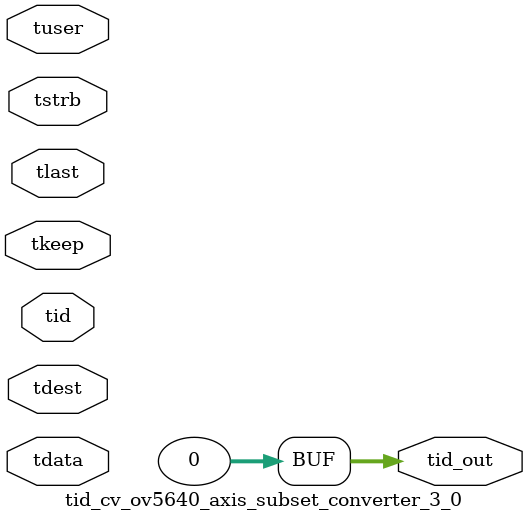
<source format=v>


`timescale 1ps/1ps

module tid_cv_ov5640_axis_subset_converter_3_0 #
(
parameter C_S_AXIS_TID_WIDTH   = 1,
parameter C_S_AXIS_TUSER_WIDTH = 0,
parameter C_S_AXIS_TDATA_WIDTH = 0,
parameter C_S_AXIS_TDEST_WIDTH = 0,
parameter C_M_AXIS_TID_WIDTH   = 32
)
(
input  [(C_S_AXIS_TID_WIDTH   == 0 ? 1 : C_S_AXIS_TID_WIDTH)-1:0       ] tid,
input  [(C_S_AXIS_TDATA_WIDTH == 0 ? 1 : C_S_AXIS_TDATA_WIDTH)-1:0     ] tdata,
input  [(C_S_AXIS_TUSER_WIDTH == 0 ? 1 : C_S_AXIS_TUSER_WIDTH)-1:0     ] tuser,
input  [(C_S_AXIS_TDEST_WIDTH == 0 ? 1 : C_S_AXIS_TDEST_WIDTH)-1:0     ] tdest,
input  [(C_S_AXIS_TDATA_WIDTH/8)-1:0 ] tkeep,
input  [(C_S_AXIS_TDATA_WIDTH/8)-1:0 ] tstrb,
input                                                                    tlast,
output [(C_M_AXIS_TID_WIDTH   == 0 ? 1 : C_M_AXIS_TID_WIDTH)-1:0       ] tid_out
);

assign tid_out = {1'b0};

endmodule


</source>
